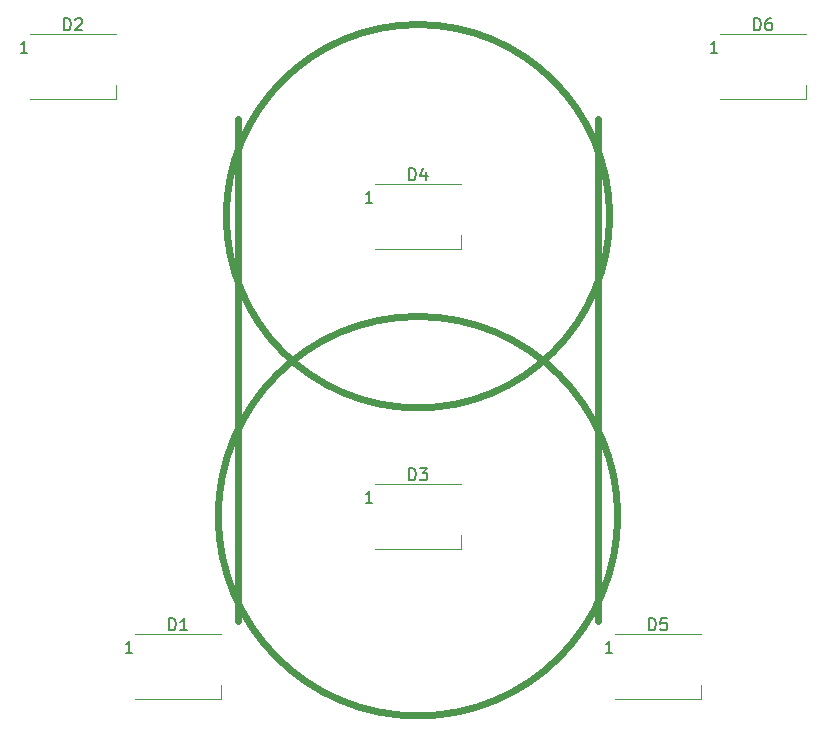
<source format=gto>
%TF.GenerationSoftware,KiCad,Pcbnew,5.1.8-db9833491~87~ubuntu20.04.1*%
%TF.CreationDate,2020-11-10T08:01:52-05:00*%
%TF.ProjectId,18f-blinkie,3138662d-626c-4696-9e6b-69652e6b6963,rev?*%
%TF.SameCoordinates,Original*%
%TF.FileFunction,Legend,Top*%
%TF.FilePolarity,Positive*%
%FSLAX46Y46*%
G04 Gerber Fmt 4.6, Leading zero omitted, Abs format (unit mm)*
G04 Created by KiCad (PCBNEW 5.1.8-db9833491~87~ubuntu20.04.1) date 2020-11-10 08:01:52*
%MOMM*%
%LPD*%
G01*
G04 APERTURE LIST*
%ADD10C,0.600000*%
%ADD11C,0.120000*%
%ADD12C,0.150000*%
G04 APERTURE END LIST*
D10*
X73660000Y-106045000D02*
X73660000Y-148590000D01*
X104140000Y-106045000D02*
X104140000Y-148590000D01*
X105808179Y-139700000D02*
G75*
G03*
X105808179Y-139700000I-16908179J0D01*
G01*
X105126704Y-114300000D02*
G75*
G03*
X105126704Y-114300000I-16226704J0D01*
G01*
D11*
%TO.C,D4*%
X92550000Y-117050000D02*
X92550000Y-115900000D01*
X85250000Y-117050000D02*
X92550000Y-117050000D01*
X85250000Y-111550000D02*
X92550000Y-111550000D01*
%TO.C,D3*%
X92550000Y-142450000D02*
X92550000Y-141300000D01*
X85250000Y-142450000D02*
X92550000Y-142450000D01*
X85250000Y-136950000D02*
X92550000Y-136950000D01*
%TO.C,D6*%
X114460000Y-98850000D02*
X121760000Y-98850000D01*
X114460000Y-104350000D02*
X121760000Y-104350000D01*
X121760000Y-104350000D02*
X121760000Y-103200000D01*
%TO.C,D5*%
X112870000Y-155150000D02*
X112870000Y-154000000D01*
X105570000Y-155150000D02*
X112870000Y-155150000D01*
X105570000Y-149650000D02*
X112870000Y-149650000D01*
%TO.C,D2*%
X63340000Y-104350000D02*
X63340000Y-103200000D01*
X56040000Y-104350000D02*
X63340000Y-104350000D01*
X56040000Y-98850000D02*
X63340000Y-98850000D01*
%TO.C,D1*%
X64930000Y-149650000D02*
X72230000Y-149650000D01*
X64930000Y-155150000D02*
X72230000Y-155150000D01*
X72230000Y-155150000D02*
X72230000Y-154000000D01*
%TO.C,D4*%
D12*
X88161904Y-111252380D02*
X88161904Y-110252380D01*
X88400000Y-110252380D01*
X88542857Y-110300000D01*
X88638095Y-110395238D01*
X88685714Y-110490476D01*
X88733333Y-110680952D01*
X88733333Y-110823809D01*
X88685714Y-111014285D01*
X88638095Y-111109523D01*
X88542857Y-111204761D01*
X88400000Y-111252380D01*
X88161904Y-111252380D01*
X89590476Y-110585714D02*
X89590476Y-111252380D01*
X89352380Y-110204761D02*
X89114285Y-110919047D01*
X89733333Y-110919047D01*
X85035714Y-113152380D02*
X84464285Y-113152380D01*
X84750000Y-113152380D02*
X84750000Y-112152380D01*
X84654761Y-112295238D01*
X84559523Y-112390476D01*
X84464285Y-112438095D01*
%TO.C,D3*%
X88161904Y-136652380D02*
X88161904Y-135652380D01*
X88400000Y-135652380D01*
X88542857Y-135700000D01*
X88638095Y-135795238D01*
X88685714Y-135890476D01*
X88733333Y-136080952D01*
X88733333Y-136223809D01*
X88685714Y-136414285D01*
X88638095Y-136509523D01*
X88542857Y-136604761D01*
X88400000Y-136652380D01*
X88161904Y-136652380D01*
X89066666Y-135652380D02*
X89685714Y-135652380D01*
X89352380Y-136033333D01*
X89495238Y-136033333D01*
X89590476Y-136080952D01*
X89638095Y-136128571D01*
X89685714Y-136223809D01*
X89685714Y-136461904D01*
X89638095Y-136557142D01*
X89590476Y-136604761D01*
X89495238Y-136652380D01*
X89209523Y-136652380D01*
X89114285Y-136604761D01*
X89066666Y-136557142D01*
X85035714Y-138552380D02*
X84464285Y-138552380D01*
X84750000Y-138552380D02*
X84750000Y-137552380D01*
X84654761Y-137695238D01*
X84559523Y-137790476D01*
X84464285Y-137838095D01*
%TO.C,D6*%
X117371904Y-98552380D02*
X117371904Y-97552380D01*
X117610000Y-97552380D01*
X117752857Y-97600000D01*
X117848095Y-97695238D01*
X117895714Y-97790476D01*
X117943333Y-97980952D01*
X117943333Y-98123809D01*
X117895714Y-98314285D01*
X117848095Y-98409523D01*
X117752857Y-98504761D01*
X117610000Y-98552380D01*
X117371904Y-98552380D01*
X118800476Y-97552380D02*
X118610000Y-97552380D01*
X118514761Y-97600000D01*
X118467142Y-97647619D01*
X118371904Y-97790476D01*
X118324285Y-97980952D01*
X118324285Y-98361904D01*
X118371904Y-98457142D01*
X118419523Y-98504761D01*
X118514761Y-98552380D01*
X118705238Y-98552380D01*
X118800476Y-98504761D01*
X118848095Y-98457142D01*
X118895714Y-98361904D01*
X118895714Y-98123809D01*
X118848095Y-98028571D01*
X118800476Y-97980952D01*
X118705238Y-97933333D01*
X118514761Y-97933333D01*
X118419523Y-97980952D01*
X118371904Y-98028571D01*
X118324285Y-98123809D01*
X114245714Y-100452380D02*
X113674285Y-100452380D01*
X113960000Y-100452380D02*
X113960000Y-99452380D01*
X113864761Y-99595238D01*
X113769523Y-99690476D01*
X113674285Y-99738095D01*
%TO.C,D5*%
X108481904Y-149352380D02*
X108481904Y-148352380D01*
X108720000Y-148352380D01*
X108862857Y-148400000D01*
X108958095Y-148495238D01*
X109005714Y-148590476D01*
X109053333Y-148780952D01*
X109053333Y-148923809D01*
X109005714Y-149114285D01*
X108958095Y-149209523D01*
X108862857Y-149304761D01*
X108720000Y-149352380D01*
X108481904Y-149352380D01*
X109958095Y-148352380D02*
X109481904Y-148352380D01*
X109434285Y-148828571D01*
X109481904Y-148780952D01*
X109577142Y-148733333D01*
X109815238Y-148733333D01*
X109910476Y-148780952D01*
X109958095Y-148828571D01*
X110005714Y-148923809D01*
X110005714Y-149161904D01*
X109958095Y-149257142D01*
X109910476Y-149304761D01*
X109815238Y-149352380D01*
X109577142Y-149352380D01*
X109481904Y-149304761D01*
X109434285Y-149257142D01*
X105355714Y-151252380D02*
X104784285Y-151252380D01*
X105070000Y-151252380D02*
X105070000Y-150252380D01*
X104974761Y-150395238D01*
X104879523Y-150490476D01*
X104784285Y-150538095D01*
%TO.C,D2*%
X58951904Y-98552380D02*
X58951904Y-97552380D01*
X59190000Y-97552380D01*
X59332857Y-97600000D01*
X59428095Y-97695238D01*
X59475714Y-97790476D01*
X59523333Y-97980952D01*
X59523333Y-98123809D01*
X59475714Y-98314285D01*
X59428095Y-98409523D01*
X59332857Y-98504761D01*
X59190000Y-98552380D01*
X58951904Y-98552380D01*
X59904285Y-97647619D02*
X59951904Y-97600000D01*
X60047142Y-97552380D01*
X60285238Y-97552380D01*
X60380476Y-97600000D01*
X60428095Y-97647619D01*
X60475714Y-97742857D01*
X60475714Y-97838095D01*
X60428095Y-97980952D01*
X59856666Y-98552380D01*
X60475714Y-98552380D01*
X55825714Y-100452380D02*
X55254285Y-100452380D01*
X55540000Y-100452380D02*
X55540000Y-99452380D01*
X55444761Y-99595238D01*
X55349523Y-99690476D01*
X55254285Y-99738095D01*
%TO.C,D1*%
X67841904Y-149352380D02*
X67841904Y-148352380D01*
X68080000Y-148352380D01*
X68222857Y-148400000D01*
X68318095Y-148495238D01*
X68365714Y-148590476D01*
X68413333Y-148780952D01*
X68413333Y-148923809D01*
X68365714Y-149114285D01*
X68318095Y-149209523D01*
X68222857Y-149304761D01*
X68080000Y-149352380D01*
X67841904Y-149352380D01*
X69365714Y-149352380D02*
X68794285Y-149352380D01*
X69080000Y-149352380D02*
X69080000Y-148352380D01*
X68984761Y-148495238D01*
X68889523Y-148590476D01*
X68794285Y-148638095D01*
X64715714Y-151252380D02*
X64144285Y-151252380D01*
X64430000Y-151252380D02*
X64430000Y-150252380D01*
X64334761Y-150395238D01*
X64239523Y-150490476D01*
X64144285Y-150538095D01*
%TD*%
M02*

</source>
